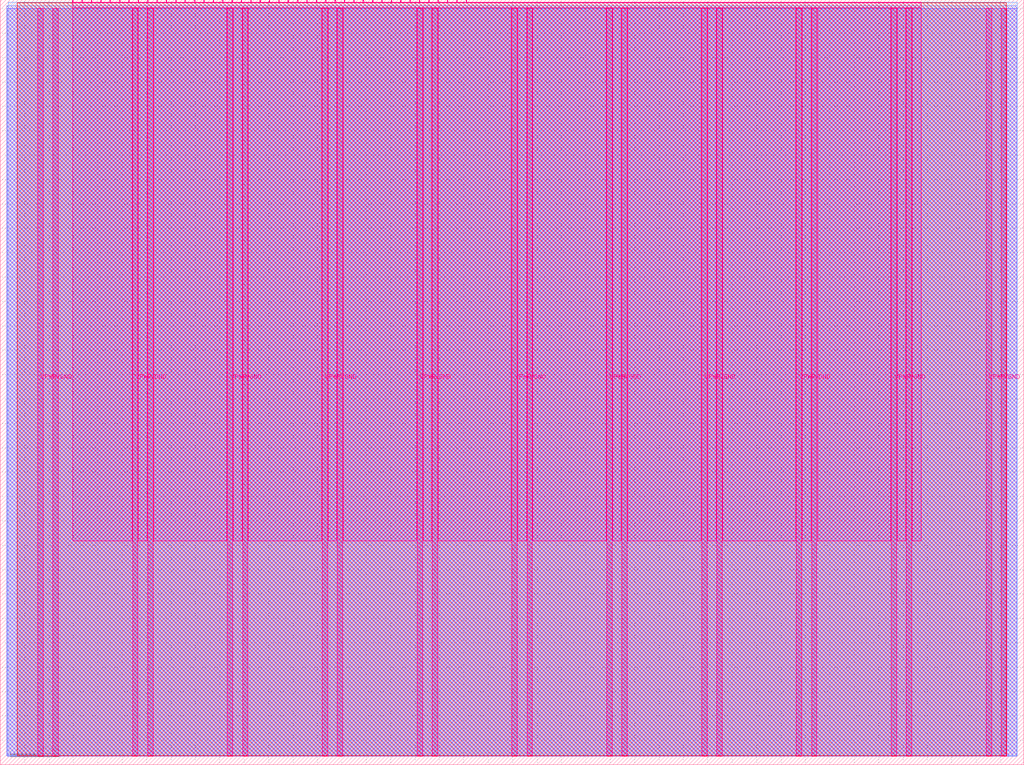
<source format=lef>
VERSION 5.7 ;
  NOWIREEXTENSIONATPIN ON ;
  DIVIDERCHAR "/" ;
  BUSBITCHARS "[]" ;
MACRO tt_um_Qwendu_spi_fpu
  CLASS BLOCK ;
  FOREIGN tt_um_Qwendu_spi_fpu ;
  ORIGIN 0.000 0.000 ;
  SIZE 419.520 BY 313.740 ;
  PIN VGND
    DIRECTION INOUT ;
    USE GROUND ;
    PORT
      LAYER Metal5 ;
        RECT 21.580 3.560 23.780 310.180 ;
    END
    PORT
      LAYER Metal5 ;
        RECT 60.450 3.560 62.650 310.180 ;
    END
    PORT
      LAYER Metal5 ;
        RECT 99.320 3.560 101.520 310.180 ;
    END
    PORT
      LAYER Metal5 ;
        RECT 138.190 3.560 140.390 310.180 ;
    END
    PORT
      LAYER Metal5 ;
        RECT 177.060 3.560 179.260 310.180 ;
    END
    PORT
      LAYER Metal5 ;
        RECT 215.930 3.560 218.130 310.180 ;
    END
    PORT
      LAYER Metal5 ;
        RECT 254.800 3.560 257.000 310.180 ;
    END
    PORT
      LAYER Metal5 ;
        RECT 293.670 3.560 295.870 310.180 ;
    END
    PORT
      LAYER Metal5 ;
        RECT 332.540 3.560 334.740 310.180 ;
    END
    PORT
      LAYER Metal5 ;
        RECT 371.410 3.560 373.610 310.180 ;
    END
    PORT
      LAYER Metal5 ;
        RECT 410.280 3.560 412.480 310.180 ;
    END
  END VGND
  PIN VPWR
    DIRECTION INOUT ;
    USE POWER ;
    PORT
      LAYER Metal5 ;
        RECT 15.380 3.560 17.580 310.180 ;
    END
    PORT
      LAYER Metal5 ;
        RECT 54.250 3.560 56.450 310.180 ;
    END
    PORT
      LAYER Metal5 ;
        RECT 93.120 3.560 95.320 310.180 ;
    END
    PORT
      LAYER Metal5 ;
        RECT 131.990 3.560 134.190 310.180 ;
    END
    PORT
      LAYER Metal5 ;
        RECT 170.860 3.560 173.060 310.180 ;
    END
    PORT
      LAYER Metal5 ;
        RECT 209.730 3.560 211.930 310.180 ;
    END
    PORT
      LAYER Metal5 ;
        RECT 248.600 3.560 250.800 310.180 ;
    END
    PORT
      LAYER Metal5 ;
        RECT 287.470 3.560 289.670 310.180 ;
    END
    PORT
      LAYER Metal5 ;
        RECT 326.340 3.560 328.540 310.180 ;
    END
    PORT
      LAYER Metal5 ;
        RECT 365.210 3.560 367.410 310.180 ;
    END
    PORT
      LAYER Metal5 ;
        RECT 404.080 3.560 406.280 310.180 ;
    END
  END VPWR
  PIN clk
    DIRECTION INPUT ;
    USE SIGNAL ;
    ANTENNAGATEAREA 0.213200 ;
    PORT
      LAYER Metal5 ;
        RECT 187.050 312.740 187.350 313.740 ;
    END
  END clk
  PIN ena
    DIRECTION INPUT ;
    USE SIGNAL ;
    PORT
      LAYER Metal5 ;
        RECT 190.890 312.740 191.190 313.740 ;
    END
  END ena
  PIN rst_n
    DIRECTION INPUT ;
    USE SIGNAL ;
    ANTENNAGATEAREA 0.629200 ;
    PORT
      LAYER Metal5 ;
        RECT 183.210 312.740 183.510 313.740 ;
    END
  END rst_n
  PIN ui_in[0]
    DIRECTION INPUT ;
    USE SIGNAL ;
    ANTENNAGATEAREA 0.180700 ;
    PORT
      LAYER Metal5 ;
        RECT 179.370 312.740 179.670 313.740 ;
    END
  END ui_in[0]
  PIN ui_in[1]
    DIRECTION INPUT ;
    USE SIGNAL ;
    ANTENNAGATEAREA 0.180700 ;
    PORT
      LAYER Metal5 ;
        RECT 175.530 312.740 175.830 313.740 ;
    END
  END ui_in[1]
  PIN ui_in[2]
    DIRECTION INPUT ;
    USE SIGNAL ;
    ANTENNAGATEAREA 0.180700 ;
    PORT
      LAYER Metal5 ;
        RECT 171.690 312.740 171.990 313.740 ;
    END
  END ui_in[2]
  PIN ui_in[3]
    DIRECTION INPUT ;
    USE SIGNAL ;
    PORT
      LAYER Metal5 ;
        RECT 167.850 312.740 168.150 313.740 ;
    END
  END ui_in[3]
  PIN ui_in[4]
    DIRECTION INPUT ;
    USE SIGNAL ;
    PORT
      LAYER Metal5 ;
        RECT 164.010 312.740 164.310 313.740 ;
    END
  END ui_in[4]
  PIN ui_in[5]
    DIRECTION INPUT ;
    USE SIGNAL ;
    PORT
      LAYER Metal5 ;
        RECT 160.170 312.740 160.470 313.740 ;
    END
  END ui_in[5]
  PIN ui_in[6]
    DIRECTION INPUT ;
    USE SIGNAL ;
    PORT
      LAYER Metal5 ;
        RECT 156.330 312.740 156.630 313.740 ;
    END
  END ui_in[6]
  PIN ui_in[7]
    DIRECTION INPUT ;
    USE SIGNAL ;
    PORT
      LAYER Metal5 ;
        RECT 152.490 312.740 152.790 313.740 ;
    END
  END ui_in[7]
  PIN uio_in[0]
    DIRECTION INPUT ;
    USE SIGNAL ;
    PORT
      LAYER Metal5 ;
        RECT 148.650 312.740 148.950 313.740 ;
    END
  END uio_in[0]
  PIN uio_in[1]
    DIRECTION INPUT ;
    USE SIGNAL ;
    PORT
      LAYER Metal5 ;
        RECT 144.810 312.740 145.110 313.740 ;
    END
  END uio_in[1]
  PIN uio_in[2]
    DIRECTION INPUT ;
    USE SIGNAL ;
    PORT
      LAYER Metal5 ;
        RECT 140.970 312.740 141.270 313.740 ;
    END
  END uio_in[2]
  PIN uio_in[3]
    DIRECTION INPUT ;
    USE SIGNAL ;
    PORT
      LAYER Metal5 ;
        RECT 137.130 312.740 137.430 313.740 ;
    END
  END uio_in[3]
  PIN uio_in[4]
    DIRECTION INPUT ;
    USE SIGNAL ;
    PORT
      LAYER Metal5 ;
        RECT 133.290 312.740 133.590 313.740 ;
    END
  END uio_in[4]
  PIN uio_in[5]
    DIRECTION INPUT ;
    USE SIGNAL ;
    PORT
      LAYER Metal5 ;
        RECT 129.450 312.740 129.750 313.740 ;
    END
  END uio_in[5]
  PIN uio_in[6]
    DIRECTION INPUT ;
    USE SIGNAL ;
    PORT
      LAYER Metal5 ;
        RECT 125.610 312.740 125.910 313.740 ;
    END
  END uio_in[6]
  PIN uio_in[7]
    DIRECTION INPUT ;
    USE SIGNAL ;
    PORT
      LAYER Metal5 ;
        RECT 121.770 312.740 122.070 313.740 ;
    END
  END uio_in[7]
  PIN uio_oe[0]
    DIRECTION OUTPUT ;
    USE SIGNAL ;
    ANTENNADIFFAREA 0.299200 ;
    PORT
      LAYER Metal5 ;
        RECT 56.490 312.740 56.790 313.740 ;
    END
  END uio_oe[0]
  PIN uio_oe[1]
    DIRECTION OUTPUT ;
    USE SIGNAL ;
    ANTENNADIFFAREA 0.299200 ;
    PORT
      LAYER Metal5 ;
        RECT 52.650 312.740 52.950 313.740 ;
    END
  END uio_oe[1]
  PIN uio_oe[2]
    DIRECTION OUTPUT ;
    USE SIGNAL ;
    ANTENNADIFFAREA 0.299200 ;
    PORT
      LAYER Metal5 ;
        RECT 48.810 312.740 49.110 313.740 ;
    END
  END uio_oe[2]
  PIN uio_oe[3]
    DIRECTION OUTPUT ;
    USE SIGNAL ;
    ANTENNADIFFAREA 0.299200 ;
    PORT
      LAYER Metal5 ;
        RECT 44.970 312.740 45.270 313.740 ;
    END
  END uio_oe[3]
  PIN uio_oe[4]
    DIRECTION OUTPUT ;
    USE SIGNAL ;
    ANTENNADIFFAREA 0.299200 ;
    PORT
      LAYER Metal5 ;
        RECT 41.130 312.740 41.430 313.740 ;
    END
  END uio_oe[4]
  PIN uio_oe[5]
    DIRECTION OUTPUT ;
    USE SIGNAL ;
    ANTENNADIFFAREA 0.299200 ;
    PORT
      LAYER Metal5 ;
        RECT 37.290 312.740 37.590 313.740 ;
    END
  END uio_oe[5]
  PIN uio_oe[6]
    DIRECTION OUTPUT ;
    USE SIGNAL ;
    ANTENNADIFFAREA 0.299200 ;
    PORT
      LAYER Metal5 ;
        RECT 33.450 312.740 33.750 313.740 ;
    END
  END uio_oe[6]
  PIN uio_oe[7]
    DIRECTION OUTPUT ;
    USE SIGNAL ;
    ANTENNADIFFAREA 0.299200 ;
    PORT
      LAYER Metal5 ;
        RECT 29.610 312.740 29.910 313.740 ;
    END
  END uio_oe[7]
  PIN uio_out[0]
    DIRECTION OUTPUT ;
    USE SIGNAL ;
    ANTENNADIFFAREA 0.299200 ;
    PORT
      LAYER Metal5 ;
        RECT 87.210 312.740 87.510 313.740 ;
    END
  END uio_out[0]
  PIN uio_out[1]
    DIRECTION OUTPUT ;
    USE SIGNAL ;
    ANTENNADIFFAREA 0.299200 ;
    PORT
      LAYER Metal5 ;
        RECT 83.370 312.740 83.670 313.740 ;
    END
  END uio_out[1]
  PIN uio_out[2]
    DIRECTION OUTPUT ;
    USE SIGNAL ;
    ANTENNADIFFAREA 0.299200 ;
    PORT
      LAYER Metal5 ;
        RECT 79.530 312.740 79.830 313.740 ;
    END
  END uio_out[2]
  PIN uio_out[3]
    DIRECTION OUTPUT ;
    USE SIGNAL ;
    ANTENNADIFFAREA 0.299200 ;
    PORT
      LAYER Metal5 ;
        RECT 75.690 312.740 75.990 313.740 ;
    END
  END uio_out[3]
  PIN uio_out[4]
    DIRECTION OUTPUT ;
    USE SIGNAL ;
    ANTENNADIFFAREA 0.299200 ;
    PORT
      LAYER Metal5 ;
        RECT 71.850 312.740 72.150 313.740 ;
    END
  END uio_out[4]
  PIN uio_out[5]
    DIRECTION OUTPUT ;
    USE SIGNAL ;
    ANTENNADIFFAREA 0.299200 ;
    PORT
      LAYER Metal5 ;
        RECT 68.010 312.740 68.310 313.740 ;
    END
  END uio_out[5]
  PIN uio_out[6]
    DIRECTION OUTPUT ;
    USE SIGNAL ;
    ANTENNADIFFAREA 0.299200 ;
    PORT
      LAYER Metal5 ;
        RECT 64.170 312.740 64.470 313.740 ;
    END
  END uio_out[6]
  PIN uio_out[7]
    DIRECTION OUTPUT ;
    USE SIGNAL ;
    ANTENNADIFFAREA 0.299200 ;
    PORT
      LAYER Metal5 ;
        RECT 60.330 312.740 60.630 313.740 ;
    END
  END uio_out[7]
  PIN uo_out[0]
    DIRECTION OUTPUT ;
    USE SIGNAL ;
    ANTENNADIFFAREA 0.654800 ;
    PORT
      LAYER Metal5 ;
        RECT 117.930 312.740 118.230 313.740 ;
    END
  END uo_out[0]
  PIN uo_out[1]
    DIRECTION OUTPUT ;
    USE SIGNAL ;
    ANTENNADIFFAREA 0.299200 ;
    PORT
      LAYER Metal5 ;
        RECT 114.090 312.740 114.390 313.740 ;
    END
  END uo_out[1]
  PIN uo_out[2]
    DIRECTION OUTPUT ;
    USE SIGNAL ;
    ANTENNADIFFAREA 0.299200 ;
    PORT
      LAYER Metal5 ;
        RECT 110.250 312.740 110.550 313.740 ;
    END
  END uo_out[2]
  PIN uo_out[3]
    DIRECTION OUTPUT ;
    USE SIGNAL ;
    ANTENNADIFFAREA 0.299200 ;
    PORT
      LAYER Metal5 ;
        RECT 106.410 312.740 106.710 313.740 ;
    END
  END uo_out[3]
  PIN uo_out[4]
    DIRECTION OUTPUT ;
    USE SIGNAL ;
    ANTENNADIFFAREA 0.299200 ;
    PORT
      LAYER Metal5 ;
        RECT 102.570 312.740 102.870 313.740 ;
    END
  END uo_out[4]
  PIN uo_out[5]
    DIRECTION OUTPUT ;
    USE SIGNAL ;
    ANTENNADIFFAREA 0.299200 ;
    PORT
      LAYER Metal5 ;
        RECT 98.730 312.740 99.030 313.740 ;
    END
  END uo_out[5]
  PIN uo_out[6]
    DIRECTION OUTPUT ;
    USE SIGNAL ;
    ANTENNADIFFAREA 0.299200 ;
    PORT
      LAYER Metal5 ;
        RECT 94.890 312.740 95.190 313.740 ;
    END
  END uo_out[6]
  PIN uo_out[7]
    DIRECTION OUTPUT ;
    USE SIGNAL ;
    ANTENNADIFFAREA 0.299200 ;
    PORT
      LAYER Metal5 ;
        RECT 91.050 312.740 91.350 313.740 ;
    END
  END uo_out[7]
  OBS
      LAYER GatPoly ;
        RECT 2.880 3.630 416.640 310.110 ;
      LAYER Metal1 ;
        RECT 2.880 3.560 416.640 310.180 ;
      LAYER Metal2 ;
        RECT 2.605 3.680 416.785 311.320 ;
      LAYER Metal3 ;
        RECT 3.260 3.635 416.740 312.625 ;
      LAYER Metal4 ;
        RECT 7.055 3.680 412.345 312.580 ;
      LAYER Metal5 ;
        RECT 30.120 312.530 33.240 312.740 ;
        RECT 33.960 312.530 37.080 312.740 ;
        RECT 37.800 312.530 40.920 312.740 ;
        RECT 41.640 312.530 44.760 312.740 ;
        RECT 45.480 312.530 48.600 312.740 ;
        RECT 49.320 312.530 52.440 312.740 ;
        RECT 53.160 312.530 56.280 312.740 ;
        RECT 57.000 312.530 60.120 312.740 ;
        RECT 60.840 312.530 63.960 312.740 ;
        RECT 64.680 312.530 67.800 312.740 ;
        RECT 68.520 312.530 71.640 312.740 ;
        RECT 72.360 312.530 75.480 312.740 ;
        RECT 76.200 312.530 79.320 312.740 ;
        RECT 80.040 312.530 83.160 312.740 ;
        RECT 83.880 312.530 87.000 312.740 ;
        RECT 87.720 312.530 90.840 312.740 ;
        RECT 91.560 312.530 94.680 312.740 ;
        RECT 95.400 312.530 98.520 312.740 ;
        RECT 99.240 312.530 102.360 312.740 ;
        RECT 103.080 312.530 106.200 312.740 ;
        RECT 106.920 312.530 110.040 312.740 ;
        RECT 110.760 312.530 113.880 312.740 ;
        RECT 114.600 312.530 117.720 312.740 ;
        RECT 118.440 312.530 121.560 312.740 ;
        RECT 122.280 312.530 125.400 312.740 ;
        RECT 126.120 312.530 129.240 312.740 ;
        RECT 129.960 312.530 133.080 312.740 ;
        RECT 133.800 312.530 136.920 312.740 ;
        RECT 137.640 312.530 140.760 312.740 ;
        RECT 141.480 312.530 144.600 312.740 ;
        RECT 145.320 312.530 148.440 312.740 ;
        RECT 149.160 312.530 152.280 312.740 ;
        RECT 153.000 312.530 156.120 312.740 ;
        RECT 156.840 312.530 159.960 312.740 ;
        RECT 160.680 312.530 163.800 312.740 ;
        RECT 164.520 312.530 167.640 312.740 ;
        RECT 168.360 312.530 171.480 312.740 ;
        RECT 172.200 312.530 175.320 312.740 ;
        RECT 176.040 312.530 179.160 312.740 ;
        RECT 179.880 312.530 183.000 312.740 ;
        RECT 183.720 312.530 186.840 312.740 ;
        RECT 187.560 312.530 190.680 312.740 ;
        RECT 191.400 312.530 377.380 312.740 ;
        RECT 29.660 310.390 377.380 312.530 ;
        RECT 29.660 91.835 54.040 310.390 ;
        RECT 56.660 91.835 60.240 310.390 ;
        RECT 62.860 91.835 92.910 310.390 ;
        RECT 95.530 91.835 99.110 310.390 ;
        RECT 101.730 91.835 131.780 310.390 ;
        RECT 134.400 91.835 137.980 310.390 ;
        RECT 140.600 91.835 170.650 310.390 ;
        RECT 173.270 91.835 176.850 310.390 ;
        RECT 179.470 91.835 209.520 310.390 ;
        RECT 212.140 91.835 215.720 310.390 ;
        RECT 218.340 91.835 248.390 310.390 ;
        RECT 251.010 91.835 254.590 310.390 ;
        RECT 257.210 91.835 287.260 310.390 ;
        RECT 289.880 91.835 293.460 310.390 ;
        RECT 296.080 91.835 326.130 310.390 ;
        RECT 328.750 91.835 332.330 310.390 ;
        RECT 334.950 91.835 365.000 310.390 ;
        RECT 367.620 91.835 371.200 310.390 ;
        RECT 373.820 91.835 377.380 310.390 ;
  END
END tt_um_Qwendu_spi_fpu
END LIBRARY


</source>
